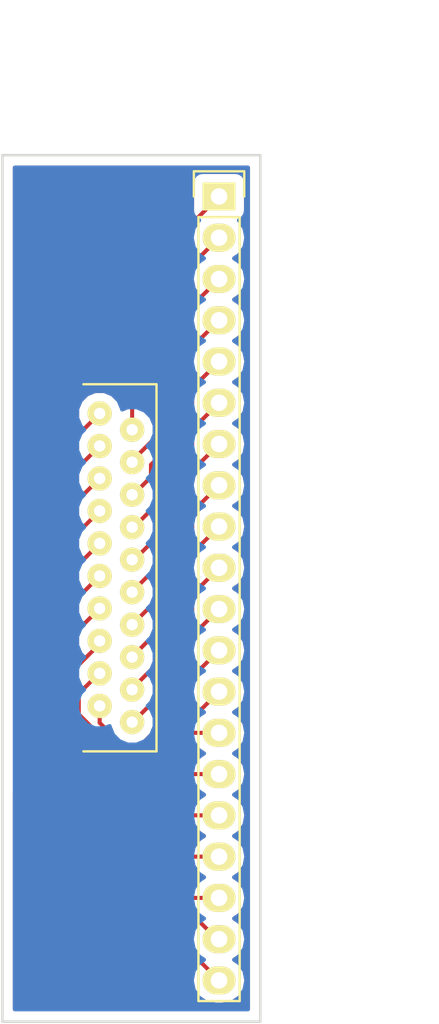
<source format=kicad_pcb>
(kicad_pcb (version 4) (host pcbnew 4.0.1-3.201512221402+6198~38~ubuntu15.04.1-stable)

  (general
    (links 20)
    (no_connects 0)
    (area 111.049999 67 141.020715 129.615001)
    (thickness 1.6)
    (drawings 6)
    (tracks 114)
    (zones 0)
    (modules 2)
    (nets 21)
  )

  (page A4)
  (layers
    (0 F.Cu signal)
    (31 B.Cu signal)
    (32 B.Adhes user)
    (33 F.Adhes user)
    (34 B.Paste user)
    (35 F.Paste user)
    (36 B.SilkS user)
    (37 F.SilkS user)
    (38 B.Mask user)
    (39 F.Mask user)
    (40 Dwgs.User user)
    (41 Cmts.User user)
    (42 Eco1.User user)
    (43 Eco2.User user)
    (44 Edge.Cuts user)
    (45 Margin user)
    (46 B.CrtYd user)
    (47 F.CrtYd user)
    (48 B.Fab user)
    (49 F.Fab user)
  )

  (setup
    (last_trace_width 0.25)
    (trace_clearance 0.2)
    (zone_clearance 0.508)
    (zone_45_only no)
    (trace_min 0.2)
    (segment_width 0.2)
    (edge_width 0.15)
    (via_size 0.6)
    (via_drill 0.4)
    (via_min_size 0.4)
    (via_min_drill 0.3)
    (uvia_size 0.3)
    (uvia_drill 0.1)
    (uvias_allowed no)
    (uvia_min_size 0.2)
    (uvia_min_drill 0.1)
    (pcb_text_width 0.3)
    (pcb_text_size 1.5 1.5)
    (mod_edge_width 0.15)
    (mod_text_size 1 1)
    (mod_text_width 0.15)
    (pad_size 1.524 1.524)
    (pad_drill 0.762)
    (pad_to_mask_clearance 0.2)
    (aux_axis_origin 0 0)
    (visible_elements FFFFFF7F)
    (pcbplotparams
      (layerselection 0x010e0_80000001)
      (usegerberextensions true)
      (excludeedgelayer true)
      (linewidth 0.100000)
      (plotframeref false)
      (viasonmask false)
      (mode 1)
      (useauxorigin false)
      (hpglpennumber 1)
      (hpglpenspeed 20)
      (hpglpendiameter 15)
      (hpglpenoverlay 2)
      (psnegative false)
      (psa4output false)
      (plotreference true)
      (plotvalue true)
      (plotinvisibletext false)
      (padsonsilk false)
      (subtractmaskfromsilk true)
      (outputformat 1)
      (mirror false)
      (drillshape 0)
      (scaleselection 1)
      (outputdirectory Gerbers/))
  )

  (net 0 "")
  (net 1 "Net-(P1-Pad9)")
  (net 2 "Net-(P1-Pad11)")
  (net 3 "Net-(P1-Pad7)")
  (net 4 "Net-(P1-Pad5)")
  (net 5 "Net-(P1-Pad3)")
  (net 6 "Net-(P1-Pad1)")
  (net 7 "Net-(P1-Pad2)")
  (net 8 "Net-(P1-Pad4)")
  (net 9 "Net-(P1-Pad6)")
  (net 10 "Net-(P1-Pad8)")
  (net 11 "Net-(P1-Pad10)")
  (net 12 "Net-(P1-Pad12)")
  (net 13 "Net-(P1-Pad13)")
  (net 14 "Net-(P1-Pad14)")
  (net 15 "Net-(P1-Pad15)")
  (net 16 "Net-(P1-Pad16)")
  (net 17 "Net-(P1-Pad17)")
  (net 18 "Net-(P1-Pad18)")
  (net 19 "Net-(P1-Pad19)")
  (net 20 "Net-(P1-Pad20)")

  (net_class Default "This is the default net class."
    (clearance 0.2)
    (trace_width 0.25)
    (via_dia 0.6)
    (via_drill 0.4)
    (uvia_dia 0.3)
    (uvia_drill 0.1)
    (add_net "Net-(P1-Pad1)")
    (add_net "Net-(P1-Pad10)")
    (add_net "Net-(P1-Pad11)")
    (add_net "Net-(P1-Pad12)")
    (add_net "Net-(P1-Pad13)")
    (add_net "Net-(P1-Pad14)")
    (add_net "Net-(P1-Pad15)")
    (add_net "Net-(P1-Pad16)")
    (add_net "Net-(P1-Pad17)")
    (add_net "Net-(P1-Pad18)")
    (add_net "Net-(P1-Pad19)")
    (add_net "Net-(P1-Pad2)")
    (add_net "Net-(P1-Pad20)")
    (add_net "Net-(P1-Pad3)")
    (add_net "Net-(P1-Pad4)")
    (add_net "Net-(P1-Pad5)")
    (add_net "Net-(P1-Pad6)")
    (add_net "Net-(P1-Pad7)")
    (add_net "Net-(P1-Pad8)")
    (add_net "Net-(P1-Pad9)")
  )

  (module Easy-PCB:HLW20R-2C7LF (layer F.Cu) (tedit 56B0AA1D) (tstamp 56B0A955)
    (at 118.11 101.6 270)
    (path /56B0A6C6)
    (fp_text reference P1 (at 8.5 -3.5 270) (layer F.SilkS) hide
      (effects (font (size 1 1) (thickness 0.15)))
    )
    (fp_text value HLW20R-2CLF (at 18.415 0.635 270) (layer F.Fab)
      (effects (font (size 1 1) (thickness 0.15)))
    )
    (fp_line (start -11.3 -2.5) (end -11.3 2) (layer F.SilkS) (width 0.15))
    (fp_line (start -11.3 -2.5) (end 11.3 -2.5) (layer F.SilkS) (width 0.15))
    (fp_line (start 11.3 -2.5) (end 11.3 2) (layer F.SilkS) (width 0.15))
    (pad 9 thru_hole circle (at -1.5 1 270) (size 1.5 1.5) (drill 0.7) (layers *.Cu *.Mask F.SilkS)
      (net 1 "Net-(P1-Pad9)"))
    (pad 11 thru_hole circle (at 0.5 1 270) (size 1.5 1.5) (drill 0.7) (layers *.Cu *.Mask F.SilkS)
      (net 2 "Net-(P1-Pad11)"))
    (pad 7 thru_hole circle (at -3.5 1 270) (size 1.5 1.5) (drill 0.7) (layers *.Cu *.Mask F.SilkS)
      (net 3 "Net-(P1-Pad7)"))
    (pad 5 thru_hole circle (at -5.5 1 270) (size 1.5 1.5) (drill 0.7) (layers *.Cu *.Mask F.SilkS)
      (net 4 "Net-(P1-Pad5)"))
    (pad 3 thru_hole circle (at -7.5 1 270) (size 1.5 1.5) (drill 0.7) (layers *.Cu *.Mask F.SilkS)
      (net 5 "Net-(P1-Pad3)"))
    (pad 1 thru_hole circle (at -9.5 1 270) (size 1.5 1.5) (drill 0.7) (layers *.Cu *.Mask F.SilkS)
      (net 6 "Net-(P1-Pad1)"))
    (pad 2 thru_hole circle (at -8.5 -1 270) (size 1.5 1.5) (drill 0.7) (layers *.Cu *.Mask F.SilkS)
      (net 7 "Net-(P1-Pad2)"))
    (pad 4 thru_hole circle (at -6.5 -1 270) (size 1.5 1.5) (drill 0.7) (layers *.Cu *.Mask F.SilkS)
      (net 8 "Net-(P1-Pad4)"))
    (pad 6 thru_hole circle (at -4.5 -1 270) (size 1.5 1.5) (drill 0.7) (layers *.Cu *.Mask F.SilkS)
      (net 9 "Net-(P1-Pad6)"))
    (pad 8 thru_hole circle (at -2.5 -1 270) (size 1.5 1.5) (drill 0.7) (layers *.Cu *.Mask F.SilkS)
      (net 10 "Net-(P1-Pad8)"))
    (pad 10 thru_hole circle (at -0.5 -1 270) (size 1.5 1.5) (drill 0.7) (layers *.Cu *.Mask F.SilkS)
      (net 11 "Net-(P1-Pad10)"))
    (pad 12 thru_hole circle (at 1.5 -1 270) (size 1.5 1.5) (drill 0.7) (layers *.Cu *.Mask F.SilkS)
      (net 12 "Net-(P1-Pad12)"))
    (pad 13 thru_hole circle (at 2.5 1 270) (size 1.5 1.5) (drill 0.7) (layers *.Cu *.Mask F.SilkS)
      (net 13 "Net-(P1-Pad13)"))
    (pad 14 thru_hole circle (at 3.5 -1 270) (size 1.5 1.5) (drill 0.7) (layers *.Cu *.Mask F.SilkS)
      (net 14 "Net-(P1-Pad14)"))
    (pad 15 thru_hole circle (at 4.5 1 270) (size 1.5 1.5) (drill 0.7) (layers *.Cu *.Mask F.SilkS)
      (net 15 "Net-(P1-Pad15)"))
    (pad 16 thru_hole circle (at 5.5 -1 270) (size 1.5 1.5) (drill 0.7) (layers *.Cu *.Mask F.SilkS)
      (net 16 "Net-(P1-Pad16)"))
    (pad 17 thru_hole circle (at 6.5 1 270) (size 1.5 1.5) (drill 0.7) (layers *.Cu *.Mask F.SilkS)
      (net 17 "Net-(P1-Pad17)"))
    (pad 18 thru_hole circle (at 7.5 -1 270) (size 1.5 1.5) (drill 0.7) (layers *.Cu *.Mask F.SilkS)
      (net 18 "Net-(P1-Pad18)"))
    (pad 19 thru_hole circle (at 8.5 1 270) (size 1.5 1.5) (drill 0.7) (layers *.Cu *.Mask F.SilkS)
      (net 19 "Net-(P1-Pad19)"))
    (pad 20 thru_hole circle (at 9.5 -1 270) (size 1.5 1.5) (drill 0.7) (layers *.Cu *.Mask F.SilkS)
      (net 20 "Net-(P1-Pad20)"))
  )

  (module Pin_Headers:Pin_Header_Straight_1x20 (layer F.Cu) (tedit 56B0A926) (tstamp 56B0A96D)
    (at 124.46 78.74)
    (descr "Through hole pin header")
    (tags "pin header")
    (path /56B0A799)
    (fp_text reference P2 (at 0 -5.1) (layer F.SilkS) hide
      (effects (font (size 1 1) (thickness 0.15)))
    )
    (fp_text value "0.1\" Pitch Header" (at 0 -3.1) (layer F.Fab) hide
      (effects (font (size 1 1) (thickness 0.15)))
    )
    (fp_line (start -1.75 -1.75) (end -1.75 50.05) (layer F.CrtYd) (width 0.05))
    (fp_line (start 1.75 -1.75) (end 1.75 50.05) (layer F.CrtYd) (width 0.05))
    (fp_line (start -1.75 -1.75) (end 1.75 -1.75) (layer F.CrtYd) (width 0.05))
    (fp_line (start -1.75 50.05) (end 1.75 50.05) (layer F.CrtYd) (width 0.05))
    (fp_line (start 1.27 1.27) (end 1.27 49.53) (layer F.SilkS) (width 0.15))
    (fp_line (start 1.27 49.53) (end -1.27 49.53) (layer F.SilkS) (width 0.15))
    (fp_line (start -1.27 49.53) (end -1.27 1.27) (layer F.SilkS) (width 0.15))
    (fp_line (start 1.55 -1.55) (end 1.55 0) (layer F.SilkS) (width 0.15))
    (fp_line (start 1.27 1.27) (end -1.27 1.27) (layer F.SilkS) (width 0.15))
    (fp_line (start -1.55 0) (end -1.55 -1.55) (layer F.SilkS) (width 0.15))
    (fp_line (start -1.55 -1.55) (end 1.55 -1.55) (layer F.SilkS) (width 0.15))
    (pad 1 thru_hole rect (at 0 0) (size 2.032 1.7272) (drill 1.016) (layers *.Cu *.Mask F.SilkS)
      (net 7 "Net-(P1-Pad2)"))
    (pad 2 thru_hole oval (at 0 2.54) (size 2.032 1.7272) (drill 1.016) (layers *.Cu *.Mask F.SilkS)
      (net 8 "Net-(P1-Pad4)"))
    (pad 3 thru_hole oval (at 0 5.08) (size 2.032 1.7272) (drill 1.016) (layers *.Cu *.Mask F.SilkS)
      (net 9 "Net-(P1-Pad6)"))
    (pad 4 thru_hole oval (at 0 7.62) (size 2.032 1.7272) (drill 1.016) (layers *.Cu *.Mask F.SilkS)
      (net 10 "Net-(P1-Pad8)"))
    (pad 5 thru_hole oval (at 0 10.16) (size 2.032 1.7272) (drill 1.016) (layers *.Cu *.Mask F.SilkS)
      (net 11 "Net-(P1-Pad10)"))
    (pad 6 thru_hole oval (at 0 12.7) (size 2.032 1.7272) (drill 1.016) (layers *.Cu *.Mask F.SilkS)
      (net 12 "Net-(P1-Pad12)"))
    (pad 7 thru_hole oval (at 0 15.24) (size 2.032 1.7272) (drill 1.016) (layers *.Cu *.Mask F.SilkS)
      (net 14 "Net-(P1-Pad14)"))
    (pad 8 thru_hole oval (at 0 17.78) (size 2.032 1.7272) (drill 1.016) (layers *.Cu *.Mask F.SilkS)
      (net 16 "Net-(P1-Pad16)"))
    (pad 9 thru_hole oval (at 0 20.32) (size 2.032 1.7272) (drill 1.016) (layers *.Cu *.Mask F.SilkS)
      (net 18 "Net-(P1-Pad18)"))
    (pad 10 thru_hole oval (at 0 22.86) (size 2.032 1.7272) (drill 1.016) (layers *.Cu *.Mask F.SilkS)
      (net 20 "Net-(P1-Pad20)"))
    (pad 11 thru_hole oval (at 0 25.4) (size 2.032 1.7272) (drill 1.016) (layers *.Cu *.Mask F.SilkS)
      (net 19 "Net-(P1-Pad19)"))
    (pad 12 thru_hole oval (at 0 27.94) (size 2.032 1.7272) (drill 1.016) (layers *.Cu *.Mask F.SilkS)
      (net 17 "Net-(P1-Pad17)"))
    (pad 13 thru_hole oval (at 0 30.48) (size 2.032 1.7272) (drill 1.016) (layers *.Cu *.Mask F.SilkS)
      (net 15 "Net-(P1-Pad15)"))
    (pad 14 thru_hole oval (at 0 33.02) (size 2.032 1.7272) (drill 1.016) (layers *.Cu *.Mask F.SilkS)
      (net 13 "Net-(P1-Pad13)"))
    (pad 15 thru_hole oval (at 0 35.56) (size 2.032 1.7272) (drill 1.016) (layers *.Cu *.Mask F.SilkS)
      (net 2 "Net-(P1-Pad11)"))
    (pad 16 thru_hole oval (at 0 38.1) (size 2.032 1.7272) (drill 1.016) (layers *.Cu *.Mask F.SilkS)
      (net 1 "Net-(P1-Pad9)"))
    (pad 17 thru_hole oval (at 0 40.64) (size 2.032 1.7272) (drill 1.016) (layers *.Cu *.Mask F.SilkS)
      (net 3 "Net-(P1-Pad7)"))
    (pad 18 thru_hole oval (at 0 43.18) (size 2.032 1.7272) (drill 1.016) (layers *.Cu *.Mask F.SilkS)
      (net 4 "Net-(P1-Pad5)"))
    (pad 19 thru_hole oval (at 0 45.72) (size 2.032 1.7272) (drill 1.016) (layers *.Cu *.Mask F.SilkS)
      (net 5 "Net-(P1-Pad3)"))
    (pad 20 thru_hole oval (at 0 48.26) (size 2.032 1.7272) (drill 1.016) (layers *.Cu *.Mask F.SilkS)
      (net 6 "Net-(P1-Pad1)"))
    (model Pin_Headers.3dshapes/Pin_Header_Straight_1x20.wrl
      (at (xyz 0 -0.95 0))
      (scale (xyz 1 1 1))
      (rotate (xyz 0 0 90))
    )
  )

  (dimension 53.34 (width 0.3) (layer Dwgs.User)
    (gr_text "2.1000 in" (at 135.335 102.87 270) (layer Dwgs.User)
      (effects (font (size 1.5 1.5) (thickness 0.3)))
    )
    (feature1 (pts (xy 127 129.54) (xy 136.685 129.54)))
    (feature2 (pts (xy 127 76.2) (xy 136.685 76.2)))
    (crossbar (pts (xy 133.985 76.2) (xy 133.985 129.54)))
    (arrow1a (pts (xy 133.985 129.54) (xy 133.398579 128.413496)))
    (arrow1b (pts (xy 133.985 129.54) (xy 134.571421 128.413496)))
    (arrow2a (pts (xy 133.985 76.2) (xy 133.398579 77.326504)))
    (arrow2b (pts (xy 133.985 76.2) (xy 134.571421 77.326504)))
  )
  (dimension 15.875 (width 0.3) (layer Dwgs.User)
    (gr_text "0.6250 in" (at 119.0625 68.5) (layer Dwgs.User)
      (effects (font (size 1.5 1.5) (thickness 0.3)))
    )
    (feature1 (pts (xy 127 76.2) (xy 127 67.15)))
    (feature2 (pts (xy 111.125 76.2) (xy 111.125 67.15)))
    (crossbar (pts (xy 111.125 69.85) (xy 127 69.85)))
    (arrow1a (pts (xy 127 69.85) (xy 125.873496 70.436421)))
    (arrow1b (pts (xy 127 69.85) (xy 125.873496 69.263579)))
    (arrow2a (pts (xy 111.125 69.85) (xy 112.251504 70.436421)))
    (arrow2b (pts (xy 111.125 69.85) (xy 112.251504 69.263579)))
  )
  (gr_line (start 111.125 76.2) (end 127 76.2) (angle 90) (layer Edge.Cuts) (width 0.15))
  (gr_line (start 127 129.54) (end 127 76.2) (angle 90) (layer Edge.Cuts) (width 0.15))
  (gr_line (start 111.125 129.54) (end 127 129.54) (angle 90) (layer Edge.Cuts) (width 0.15))
  (gr_line (start 111.125 76.2) (end 111.125 129.54) (angle 90) (layer Edge.Cuts) (width 0.15))

  (segment (start 124.46 116.84) (end 118.999 116.84) (width 0.25) (layer F.Cu) (net 1))
  (segment (start 113.907996 103.302004) (end 117.11 100.1) (width 0.25) (layer F.Cu) (net 1) (tstamp 56B0B1D8))
  (segment (start 113.907996 111.748996) (end 113.907996 103.302004) (width 0.25) (layer F.Cu) (net 1) (tstamp 56B0B1D6))
  (segment (start 118.999 116.84) (end 113.907996 111.748996) (width 0.25) (layer F.Cu) (net 1) (tstamp 56B0B1D1))
  (segment (start 124.46 114.3) (end 121.031 114.3) (width 0.25) (layer F.Cu) (net 2))
  (segment (start 114.357998 104.852002) (end 117.11 102.1) (width 0.25) (layer F.Cu) (net 2) (tstamp 56B0B1CB))
  (segment (start 114.357998 111.436998) (end 114.357998 104.852002) (width 0.25) (layer F.Cu) (net 2) (tstamp 56B0B1C9))
  (segment (start 117.475 114.554) (end 114.357998 111.436998) (width 0.25) (layer F.Cu) (net 2) (tstamp 56B0B1C5))
  (segment (start 120.777 114.554) (end 117.475 114.554) (width 0.25) (layer F.Cu) (net 2) (tstamp 56B0B1C0))
  (segment (start 121.031 114.3) (end 120.777 114.554) (width 0.25) (layer F.Cu) (net 2) (tstamp 56B0B1BB))
  (segment (start 124.46 119.38) (end 120.777 119.38) (width 0.25) (layer F.Cu) (net 3))
  (segment (start 113.411 101.799) (end 117.11 98.1) (width 0.25) (layer F.Cu) (net 3) (tstamp 56B0B1E7))
  (segment (start 113.411 112.014) (end 113.411 101.799) (width 0.25) (layer F.Cu) (net 3) (tstamp 56B0B1E4))
  (segment (start 120.777 119.38) (end 113.411 112.014) (width 0.25) (layer F.Cu) (net 3) (tstamp 56B0B1E0))
  (segment (start 124.46 121.92) (end 122.555 121.92) (width 0.25) (layer F.Cu) (net 4))
  (segment (start 112.960998 100.249002) (end 117.11 96.1) (width 0.25) (layer F.Cu) (net 4) (tstamp 56B0B1F5))
  (segment (start 112.960998 112.325998) (end 112.960998 100.249002) (width 0.25) (layer F.Cu) (net 4) (tstamp 56B0B1F3))
  (segment (start 122.555 121.92) (end 112.960998 112.325998) (width 0.25) (layer F.Cu) (net 4) (tstamp 56B0B1ED))
  (segment (start 124.46 124.46) (end 124.333 124.46) (width 0.25) (layer F.Cu) (net 5))
  (segment (start 124.333 124.46) (end 112.510996 112.637996) (width 0.25) (layer F.Cu) (net 5) (tstamp 56B0B1FE))
  (segment (start 112.510996 112.637996) (end 112.510996 98.699004) (width 0.25) (layer F.Cu) (net 5) (tstamp 56B0B202))
  (segment (start 112.510996 98.699004) (end 117.11 94.1) (width 0.25) (layer F.Cu) (net 5) (tstamp 56B0B20F))
  (segment (start 124.46 127) (end 113.538 116.078) (width 0.25) (layer F.Cu) (net 6))
  (segment (start 112.014 97.196) (end 117.11 92.1) (width 0.25) (layer F.Cu) (net 6) (tstamp 56B0B21F))
  (segment (start 112.014 114.554) (end 112.014 97.196) (width 0.25) (layer F.Cu) (net 6) (tstamp 56B0B21B))
  (segment (start 113.538 116.078) (end 112.014 114.554) (width 0.25) (layer F.Cu) (net 6) (tstamp 56B0B213))
  (segment (start 119.11 93.1) (end 119.11 84.09) (width 0.25) (layer F.Cu) (net 7))
  (segment (start 119.11 84.09) (end 124.46 78.74) (width 0.25) (layer F.Cu) (net 7) (tstamp 56B0B182))
  (segment (start 119.11 95.1) (end 119.11 95.012) (width 0.25) (layer F.Cu) (net 8))
  (segment (start 119.11 95.012) (end 120.65 93.472) (width 0.25) (layer F.Cu) (net 8) (tstamp 56B0B179))
  (segment (start 120.65 93.472) (end 120.65 85.09) (width 0.25) (layer F.Cu) (net 8) (tstamp 56B0B17A))
  (segment (start 120.65 85.09) (end 124.46 81.28) (width 0.25) (layer F.Cu) (net 8) (tstamp 56B0B17E))
  (segment (start 119.11 97.1) (end 119.181 97.1) (width 0.25) (layer F.Cu) (net 9))
  (segment (start 119.181 97.1) (end 120.269 96.012) (width 0.25) (layer F.Cu) (net 9) (tstamp 56B0B15D))
  (segment (start 120.269 96.012) (end 120.269 95.25) (width 0.25) (layer F.Cu) (net 9) (tstamp 56B0B161))
  (segment (start 120.269 95.25) (end 121.285 94.234) (width 0.25) (layer F.Cu) (net 9) (tstamp 56B0B163))
  (segment (start 121.285 94.234) (end 121.285 92.202) (width 0.25) (layer F.Cu) (net 9) (tstamp 56B0B166))
  (segment (start 121.285 92.202) (end 121.666 91.821) (width 0.25) (layer F.Cu) (net 9) (tstamp 56B0B16C))
  (segment (start 121.666 91.821) (end 121.666 86.614) (width 0.25) (layer F.Cu) (net 9) (tstamp 56B0B16D))
  (segment (start 121.666 86.614) (end 124.46 83.82) (width 0.25) (layer F.Cu) (net 9) (tstamp 56B0B175))
  (segment (start 119.11 99.1) (end 119.213 99.1) (width 0.25) (layer F.Cu) (net 10))
  (segment (start 119.213 99.1) (end 120.777 97.536) (width 0.25) (layer F.Cu) (net 10) (tstamp 56B0B143))
  (segment (start 120.777 97.536) (end 120.777 95.504) (width 0.25) (layer F.Cu) (net 10) (tstamp 56B0B147))
  (segment (start 120.777 95.504) (end 121.793 94.488) (width 0.25) (layer F.Cu) (net 10) (tstamp 56B0B149))
  (segment (start 121.793 94.488) (end 121.793 92.456) (width 0.25) (layer F.Cu) (net 10) (tstamp 56B0B14E))
  (segment (start 121.793 92.456) (end 122.301 91.948) (width 0.25) (layer F.Cu) (net 10) (tstamp 56B0B153))
  (segment (start 122.301 91.948) (end 122.301 88.519) (width 0.25) (layer F.Cu) (net 10) (tstamp 56B0B155))
  (segment (start 122.301 88.519) (end 124.46 86.36) (width 0.25) (layer F.Cu) (net 10) (tstamp 56B0B158))
  (segment (start 119.11 101.1) (end 119.245 101.1) (width 0.25) (layer F.Cu) (net 11))
  (segment (start 119.245 101.1) (end 121.285 99.06) (width 0.25) (layer F.Cu) (net 11) (tstamp 56B0B124))
  (segment (start 121.285 99.06) (end 121.285 95.688998) (width 0.25) (layer F.Cu) (net 11) (tstamp 56B0B129))
  (segment (start 121.285 95.688998) (end 122.301 94.672998) (width 0.25) (layer F.Cu) (net 11) (tstamp 56B0B12E))
  (segment (start 122.301 94.672998) (end 122.301 92.71) (width 0.25) (layer F.Cu) (net 11) (tstamp 56B0B132))
  (segment (start 122.301 92.71) (end 122.809 92.202) (width 0.25) (layer F.Cu) (net 11) (tstamp 56B0B137))
  (segment (start 122.809 92.202) (end 122.809 90.551) (width 0.25) (layer F.Cu) (net 11) (tstamp 56B0B138))
  (segment (start 122.809 90.551) (end 124.46 88.9) (width 0.25) (layer F.Cu) (net 11) (tstamp 56B0B13F))
  (segment (start 119.11 103.1) (end 119.11 103.070998) (width 0.25) (layer F.Cu) (net 12))
  (segment (start 119.11 103.070998) (end 120.777 101.403998) (width 0.25) (layer F.Cu) (net 12) (tstamp 56B0B110))
  (segment (start 120.777 101.403998) (end 120.777 100.33) (width 0.25) (layer F.Cu) (net 12) (tstamp 56B0B113))
  (segment (start 120.777 100.33) (end 121.793 99.314) (width 0.25) (layer F.Cu) (net 12) (tstamp 56B0B115))
  (segment (start 121.793 99.314) (end 121.793 95.885) (width 0.25) (layer F.Cu) (net 12) (tstamp 56B0B117))
  (segment (start 121.793 95.885) (end 122.809 94.869) (width 0.25) (layer F.Cu) (net 12) (tstamp 56B0B11B))
  (segment (start 122.809 94.869) (end 122.809 93.091) (width 0.25) (layer F.Cu) (net 12) (tstamp 56B0B11D))
  (segment (start 122.809 93.091) (end 124.46 91.44) (width 0.25) (layer F.Cu) (net 12) (tstamp 56B0B11F))
  (segment (start 124.46 111.76) (end 122.682 111.76) (width 0.25) (layer F.Cu) (net 13))
  (segment (start 114.808 106.402) (end 117.11 104.1) (width 0.25) (layer F.Cu) (net 13) (tstamp 56B0B1B6))
  (segment (start 114.808 111.125) (end 114.808 106.402) (width 0.25) (layer F.Cu) (net 13) (tstamp 56B0B1B1))
  (segment (start 117.729 114.046) (end 114.808 111.125) (width 0.25) (layer F.Cu) (net 13) (tstamp 56B0B1AE))
  (segment (start 120.396 114.046) (end 117.729 114.046) (width 0.25) (layer F.Cu) (net 13) (tstamp 56B0B1AA))
  (segment (start 122.682 111.76) (end 120.396 114.046) (width 0.25) (layer F.Cu) (net 13) (tstamp 56B0B1A4))
  (segment (start 119.11 105.1) (end 119.112998 105.1) (width 0.25) (layer F.Cu) (net 14))
  (segment (start 119.112998 105.1) (end 121.285 102.927998) (width 0.25) (layer F.Cu) (net 14) (tstamp 56B0B0F9))
  (segment (start 121.285 102.927998) (end 121.285 100.584) (width 0.25) (layer F.Cu) (net 14) (tstamp 56B0B0FA))
  (segment (start 121.285 100.584) (end 122.301 99.568) (width 0.25) (layer F.Cu) (net 14) (tstamp 56B0B0FE))
  (segment (start 122.301 99.568) (end 122.301 96.139) (width 0.25) (layer F.Cu) (net 14) (tstamp 56B0B102))
  (segment (start 122.301 96.139) (end 124.46 93.98) (width 0.25) (layer F.Cu) (net 14) (tstamp 56B0B108))
  (segment (start 117.11 106.1) (end 117.11 106.283) (width 0.25) (layer F.Cu) (net 15))
  (segment (start 117.11 106.283) (end 115.316 108.077) (width 0.25) (layer F.Cu) (net 15) (tstamp 56B0B18D))
  (segment (start 115.316 108.077) (end 115.316 110.871) (width 0.25) (layer F.Cu) (net 15) (tstamp 56B0B193))
  (segment (start 115.316 110.871) (end 117.983 113.538) (width 0.25) (layer F.Cu) (net 15) (tstamp 56B0B199))
  (segment (start 117.983 113.538) (end 120.142 113.538) (width 0.25) (layer F.Cu) (net 15) (tstamp 56B0B19C))
  (segment (start 120.142 113.538) (end 124.46 109.22) (width 0.25) (layer F.Cu) (net 15) (tstamp 56B0B19E))
  (segment (start 119.11 107.1) (end 119.11 107.077) (width 0.25) (layer F.Cu) (net 16))
  (segment (start 119.11 107.077) (end 121.793 104.394) (width 0.25) (layer F.Cu) (net 16) (tstamp 56B0B0CF))
  (segment (start 121.793 104.394) (end 121.793 100.838) (width 0.25) (layer F.Cu) (net 16) (tstamp 56B0B0D4))
  (segment (start 121.793 100.838) (end 122.809 99.822) (width 0.25) (layer F.Cu) (net 16) (tstamp 56B0B0EA))
  (segment (start 122.809 99.822) (end 122.809 98.171) (width 0.25) (layer F.Cu) (net 16) (tstamp 56B0B0F0))
  (segment (start 122.809 98.171) (end 124.46 96.52) (width 0.25) (layer F.Cu) (net 16) (tstamp 56B0B0F5))
  (segment (start 117.11 108.1) (end 117.071 108.1) (width 0.25) (layer F.Cu) (net 17))
  (segment (start 117.071 108.1) (end 115.824 109.347) (width 0.25) (layer F.Cu) (net 17) (tstamp 56B0B080))
  (segment (start 115.824 109.347) (end 115.824 110.617) (width 0.25) (layer F.Cu) (net 17) (tstamp 56B0B082))
  (segment (start 115.824 110.617) (end 118.237 113.03) (width 0.25) (layer F.Cu) (net 17) (tstamp 56B0B086))
  (segment (start 118.237 113.03) (end 119.888 113.03) (width 0.25) (layer F.Cu) (net 17) (tstamp 56B0B088))
  (segment (start 119.888 113.03) (end 122.428 110.49) (width 0.25) (layer F.Cu) (net 17) (tstamp 56B0B08B))
  (segment (start 122.428 110.49) (end 122.428 108.712) (width 0.25) (layer F.Cu) (net 17) (tstamp 56B0B08E))
  (segment (start 122.428 108.712) (end 124.46 106.68) (width 0.25) (layer F.Cu) (net 17) (tstamp 56B0B091))
  (segment (start 119.11 109.1) (end 119.11 109.039998) (width 0.25) (layer F.Cu) (net 18))
  (segment (start 119.11 109.039998) (end 120.904 107.245998) (width 0.25) (layer F.Cu) (net 18) (tstamp 56B0B0AE))
  (segment (start 120.904 107.245998) (end 120.904 106.102998) (width 0.25) (layer F.Cu) (net 18) (tstamp 56B0B0B3))
  (segment (start 120.904 106.102998) (end 122.358998 104.648) (width 0.25) (layer F.Cu) (net 18) (tstamp 56B0B0B5))
  (segment (start 122.358998 104.648) (end 122.358998 101.161002) (width 0.25) (layer F.Cu) (net 18) (tstamp 56B0B0B8))
  (segment (start 122.358998 101.161002) (end 124.46 99.06) (width 0.25) (layer F.Cu) (net 18) (tstamp 56B0B0C5))
  (segment (start 117.11 110.1) (end 117.11 111.141) (width 0.25) (layer F.Cu) (net 19))
  (segment (start 121.92 106.68) (end 124.46 104.14) (width 0.25) (layer F.Cu) (net 19) (tstamp 56B0B07C))
  (segment (start 121.92 110.236) (end 121.92 106.68) (width 0.25) (layer F.Cu) (net 19) (tstamp 56B0B078))
  (segment (start 119.634 112.522) (end 121.92 110.236) (width 0.25) (layer F.Cu) (net 19) (tstamp 56B0B064))
  (segment (start 118.491 112.522) (end 119.634 112.522) (width 0.25) (layer F.Cu) (net 19) (tstamp 56B0B062))
  (segment (start 117.11 111.141) (end 118.491 112.522) (width 0.25) (layer F.Cu) (net 19) (tstamp 56B0B05F))
  (segment (start 119.11 111.1) (end 119.151 111.1) (width 0.25) (layer F.Cu) (net 20))
  (segment (start 119.151 111.1) (end 121.412 108.839) (width 0.25) (layer F.Cu) (net 20) (tstamp 56B0B096))
  (segment (start 121.412 108.839) (end 121.412 106.426) (width 0.25) (layer F.Cu) (net 20) (tstamp 56B0B09D))
  (segment (start 121.412 106.426) (end 122.809 105.029) (width 0.25) (layer F.Cu) (net 20) (tstamp 56B0B0A2))
  (segment (start 122.809 105.029) (end 122.809 103.251) (width 0.25) (layer F.Cu) (net 20) (tstamp 56B0B0A8))
  (segment (start 122.809 103.251) (end 124.46 101.6) (width 0.25) (layer F.Cu) (net 20) (tstamp 56B0B0AA))

  (zone (net 0) (net_name "") (layer F.Cu) (tstamp 56B0B27B) (hatch edge 0.508)
    (connect_pads (clearance 0.508))
    (min_thickness 0.254)
    (fill yes (arc_segments 16) (thermal_gap 0.508) (thermal_bridge_width 0.508))
    (polygon
      (pts
        (xy 126.365 128.905) (xy 111.76 128.905) (xy 111.76 76.835) (xy 126.365 76.835) (xy 126.365 128.905)
      )
    )
    (filled_polygon
      (pts
        (xy 126.238 128.778) (xy 111.887 128.778) (xy 111.887 115.501802) (xy 122.877619 126.492421) (xy 122.776655 127)
        (xy 122.890729 127.573489) (xy 123.215585 128.05967) (xy 123.701766 128.384526) (xy 124.275255 128.4986) (xy 124.644745 128.4986)
        (xy 125.218234 128.384526) (xy 125.704415 128.05967) (xy 126.029271 127.573489) (xy 126.143345 127) (xy 126.029271 126.426511)
        (xy 125.704415 125.94033) (xy 125.389634 125.73) (xy 125.704415 125.51967) (xy 126.029271 125.033489) (xy 126.143345 124.46)
        (xy 126.029271 123.886511) (xy 125.704415 123.40033) (xy 125.389634 123.19) (xy 125.704415 122.97967) (xy 126.029271 122.493489)
        (xy 126.143345 121.92) (xy 126.029271 121.346511) (xy 125.704415 120.86033) (xy 125.389634 120.65) (xy 125.704415 120.43967)
        (xy 126.029271 119.953489) (xy 126.143345 119.38) (xy 126.029271 118.806511) (xy 125.704415 118.32033) (xy 125.389634 118.11)
        (xy 125.704415 117.89967) (xy 126.029271 117.413489) (xy 126.143345 116.84) (xy 126.029271 116.266511) (xy 125.704415 115.78033)
        (xy 125.389634 115.57) (xy 125.704415 115.35967) (xy 126.029271 114.873489) (xy 126.143345 114.3) (xy 126.029271 113.726511)
        (xy 125.704415 113.24033) (xy 125.389634 113.03) (xy 125.704415 112.81967) (xy 126.029271 112.333489) (xy 126.143345 111.76)
        (xy 126.029271 111.186511) (xy 125.704415 110.70033) (xy 125.389634 110.49) (xy 125.704415 110.27967) (xy 126.029271 109.793489)
        (xy 126.143345 109.22) (xy 126.029271 108.646511) (xy 125.704415 108.16033) (xy 125.389634 107.95) (xy 125.704415 107.73967)
        (xy 126.029271 107.253489) (xy 126.143345 106.68) (xy 126.029271 106.106511) (xy 125.704415 105.62033) (xy 125.389634 105.41)
        (xy 125.704415 105.19967) (xy 126.029271 104.713489) (xy 126.143345 104.14) (xy 126.029271 103.566511) (xy 125.704415 103.08033)
        (xy 125.389634 102.87) (xy 125.704415 102.65967) (xy 126.029271 102.173489) (xy 126.143345 101.6) (xy 126.029271 101.026511)
        (xy 125.704415 100.54033) (xy 125.389634 100.33) (xy 125.704415 100.11967) (xy 126.029271 99.633489) (xy 126.143345 99.06)
        (xy 126.029271 98.486511) (xy 125.704415 98.00033) (xy 125.389634 97.79) (xy 125.704415 97.57967) (xy 126.029271 97.093489)
        (xy 126.143345 96.52) (xy 126.029271 95.946511) (xy 125.704415 95.46033) (xy 125.389634 95.25) (xy 125.704415 95.03967)
        (xy 126.029271 94.553489) (xy 126.143345 93.98) (xy 126.029271 93.406511) (xy 125.704415 92.92033) (xy 125.389634 92.71)
        (xy 125.704415 92.49967) (xy 126.029271 92.013489) (xy 126.143345 91.44) (xy 126.029271 90.866511) (xy 125.704415 90.38033)
        (xy 125.389634 90.17) (xy 125.704415 89.95967) (xy 126.029271 89.473489) (xy 126.143345 88.9) (xy 126.029271 88.326511)
        (xy 125.704415 87.84033) (xy 125.389634 87.63) (xy 125.704415 87.41967) (xy 126.029271 86.933489) (xy 126.143345 86.36)
        (xy 126.029271 85.786511) (xy 125.704415 85.30033) (xy 125.389634 85.09) (xy 125.704415 84.87967) (xy 126.029271 84.393489)
        (xy 126.143345 83.82) (xy 126.029271 83.246511) (xy 125.704415 82.76033) (xy 125.389634 82.55) (xy 125.704415 82.33967)
        (xy 126.029271 81.853489) (xy 126.143345 81.28) (xy 126.029271 80.706511) (xy 125.704415 80.22033) (xy 125.690087 80.210757)
        (xy 125.711317 80.206762) (xy 125.927441 80.06769) (xy 126.072431 79.85549) (xy 126.12344 79.6036) (xy 126.12344 77.8764)
        (xy 126.079162 77.641083) (xy 125.94009 77.424959) (xy 125.72789 77.279969) (xy 125.476 77.22896) (xy 123.444 77.22896)
        (xy 123.208683 77.273238) (xy 122.992559 77.41231) (xy 122.847569 77.62451) (xy 122.79656 77.8764) (xy 122.79656 79.328638)
        (xy 118.572599 83.552599) (xy 118.407852 83.799161) (xy 118.35 84.09) (xy 118.35 91.474206) (xy 118.284831 91.316485)
        (xy 117.895564 90.926539) (xy 117.386702 90.715241) (xy 116.835715 90.71476) (xy 116.326485 90.925169) (xy 115.936539 91.314436)
        (xy 115.725241 91.823298) (xy 115.72476 92.374285) (xy 115.73533 92.399868) (xy 111.887 96.248198) (xy 111.887 76.962)
        (xy 126.238 76.962)
      )
    )
    (filled_polygon
      (pts
        (xy 122.856548 124.05835) (xy 122.812848 124.278046) (xy 112.774 114.239198) (xy 112.774 113.975802)
      )
    )
    (filled_polygon
      (pts
        (xy 123.215585 120.43967) (xy 123.530366 120.65) (xy 123.215585 120.86033) (xy 123.015352 121.16) (xy 122.869802 121.16)
        (xy 121.849802 120.14) (xy 123.015352 120.14)
      )
    )
    (filled_polygon
      (pts
        (xy 123.215585 117.89967) (xy 123.530366 118.11) (xy 123.215585 118.32033) (xy 123.015352 118.62) (xy 121.091802 118.62)
        (xy 120.071802 117.6) (xy 123.015352 117.6)
      )
    )
    (filled_polygon
      (pts
        (xy 123.215585 115.35967) (xy 123.530366 115.57) (xy 123.215585 115.78033) (xy 123.015352 116.08) (xy 119.313802 116.08)
        (xy 118.547802 115.314) (xy 120.777 115.314) (xy 121.067839 115.256148) (xy 121.314401 115.091401) (xy 121.345802 115.06)
        (xy 123.015352 115.06)
      )
    )
    (filled_polygon
      (pts
        (xy 123.215585 112.81967) (xy 123.530366 113.03) (xy 123.215585 113.24033) (xy 123.015352 113.54) (xy 121.976802 113.54)
        (xy 122.996802 112.52) (xy 123.015352 112.52)
      )
    )
    (filled_polygon
      (pts
        (xy 122.877619 107.187579) (xy 122.68 107.385198) (xy 122.68 106.994802) (xy 122.812848 106.861954)
      )
    )
    (filled_polygon
      (pts
        (xy 115.788836 106.529362) (xy 115.568 106.750198) (xy 115.568 106.716802) (xy 115.779072 106.50573)
      )
    )
    (filled_polygon
      (pts
        (xy 122.877619 81.787579) (xy 120.112599 84.552599) (xy 119.947852 84.799161) (xy 119.89 85.09) (xy 119.89 91.924229)
        (xy 119.87 91.915924) (xy 119.87 84.404802) (xy 122.812848 81.461954)
      )
    )
    (filled_polygon
      (pts
        (xy 122.877619 86.867579) (xy 122.426 87.319198) (xy 122.426 86.928802) (xy 122.812848 86.541954)
      )
    )
    (filled_polygon
      (pts
        (xy 122.877619 84.327579) (xy 121.41 85.795198) (xy 121.41 85.404802) (xy 122.812848 84.001954)
      )
    )
  )
  (zone (net 0) (net_name "") (layer B.Cu) (tstamp 56B0B290) (hatch edge 0.508)
    (connect_pads (clearance 0.508))
    (min_thickness 0.254)
    (fill yes (arc_segments 16) (thermal_gap 0.508) (thermal_bridge_width 0.508))
    (polygon
      (pts
        (xy 126.365 128.905) (xy 111.76 128.905) (xy 111.76 76.835) (xy 126.365 76.835) (xy 126.365 128.905)
      )
    )
    (filled_polygon
      (pts
        (xy 126.238 128.778) (xy 111.887 128.778) (xy 111.887 92.374285) (xy 115.72476 92.374285) (xy 115.935169 92.883515)
        (xy 116.151313 93.100036) (xy 115.936539 93.314436) (xy 115.725241 93.823298) (xy 115.72476 94.374285) (xy 115.935169 94.883515)
        (xy 116.151313 95.100036) (xy 115.936539 95.314436) (xy 115.725241 95.823298) (xy 115.72476 96.374285) (xy 115.935169 96.883515)
        (xy 116.151313 97.100036) (xy 115.936539 97.314436) (xy 115.725241 97.823298) (xy 115.72476 98.374285) (xy 115.935169 98.883515)
        (xy 116.151313 99.100036) (xy 115.936539 99.314436) (xy 115.725241 99.823298) (xy 115.72476 100.374285) (xy 115.935169 100.883515)
        (xy 116.151313 101.100036) (xy 115.936539 101.314436) (xy 115.725241 101.823298) (xy 115.72476 102.374285) (xy 115.935169 102.883515)
        (xy 116.151313 103.100036) (xy 115.936539 103.314436) (xy 115.725241 103.823298) (xy 115.72476 104.374285) (xy 115.935169 104.883515)
        (xy 116.151313 105.100036) (xy 115.936539 105.314436) (xy 115.725241 105.823298) (xy 115.72476 106.374285) (xy 115.935169 106.883515)
        (xy 116.151313 107.100036) (xy 115.936539 107.314436) (xy 115.725241 107.823298) (xy 115.72476 108.374285) (xy 115.935169 108.883515)
        (xy 116.151313 109.100036) (xy 115.936539 109.314436) (xy 115.725241 109.823298) (xy 115.72476 110.374285) (xy 115.935169 110.883515)
        (xy 116.324436 111.273461) (xy 116.833298 111.484759) (xy 117.384285 111.48524) (xy 117.724786 111.344548) (xy 117.72476 111.374285)
        (xy 117.935169 111.883515) (xy 118.324436 112.273461) (xy 118.833298 112.484759) (xy 119.384285 112.48524) (xy 119.893515 112.274831)
        (xy 120.283461 111.885564) (xy 120.494759 111.376702) (xy 120.49524 110.825715) (xy 120.284831 110.316485) (xy 120.068687 110.099964)
        (xy 120.283461 109.885564) (xy 120.494759 109.376702) (xy 120.49524 108.825715) (xy 120.284831 108.316485) (xy 120.068687 108.099964)
        (xy 120.283461 107.885564) (xy 120.494759 107.376702) (xy 120.49524 106.825715) (xy 120.284831 106.316485) (xy 120.068687 106.099964)
        (xy 120.283461 105.885564) (xy 120.494759 105.376702) (xy 120.49524 104.825715) (xy 120.284831 104.316485) (xy 120.068687 104.099964)
        (xy 120.283461 103.885564) (xy 120.494759 103.376702) (xy 120.49524 102.825715) (xy 120.284831 102.316485) (xy 120.068687 102.099964)
        (xy 120.283461 101.885564) (xy 120.494759 101.376702) (xy 120.49524 100.825715) (xy 120.284831 100.316485) (xy 120.068687 100.099964)
        (xy 120.283461 99.885564) (xy 120.494759 99.376702) (xy 120.49524 98.825715) (xy 120.284831 98.316485) (xy 120.068687 98.099964)
        (xy 120.283461 97.885564) (xy 120.494759 97.376702) (xy 120.49524 96.825715) (xy 120.284831 96.316485) (xy 120.068687 96.099964)
        (xy 120.283461 95.885564) (xy 120.494759 95.376702) (xy 120.49524 94.825715) (xy 120.284831 94.316485) (xy 120.068687 94.099964)
        (xy 120.283461 93.885564) (xy 120.494759 93.376702) (xy 120.49524 92.825715) (xy 120.284831 92.316485) (xy 119.895564 91.926539)
        (xy 119.386702 91.715241) (xy 118.835715 91.71476) (xy 118.495214 91.855452) (xy 118.49524 91.825715) (xy 118.284831 91.316485)
        (xy 117.895564 90.926539) (xy 117.386702 90.715241) (xy 116.835715 90.71476) (xy 116.326485 90.925169) (xy 115.936539 91.314436)
        (xy 115.725241 91.823298) (xy 115.72476 92.374285) (xy 111.887 92.374285) (xy 111.887 81.28) (xy 122.776655 81.28)
        (xy 122.890729 81.853489) (xy 123.215585 82.33967) (xy 123.530366 82.55) (xy 123.215585 82.76033) (xy 122.890729 83.246511)
        (xy 122.776655 83.82) (xy 122.890729 84.393489) (xy 123.215585 84.87967) (xy 123.530366 85.09) (xy 123.215585 85.30033)
        (xy 122.890729 85.786511) (xy 122.776655 86.36) (xy 122.890729 86.933489) (xy 123.215585 87.41967) (xy 123.530366 87.63)
        (xy 123.215585 87.84033) (xy 122.890729 88.326511) (xy 122.776655 88.9) (xy 122.890729 89.473489) (xy 123.215585 89.95967)
        (xy 123.530366 90.17) (xy 123.215585 90.38033) (xy 122.890729 90.866511) (xy 122.776655 91.44) (xy 122.890729 92.013489)
        (xy 123.215585 92.49967) (xy 123.530366 92.71) (xy 123.215585 92.92033) (xy 122.890729 93.406511) (xy 122.776655 93.98)
        (xy 122.890729 94.553489) (xy 123.215585 95.03967) (xy 123.530366 95.25) (xy 123.215585 95.46033) (xy 122.890729 95.946511)
        (xy 122.776655 96.52) (xy 122.890729 97.093489) (xy 123.215585 97.57967) (xy 123.530366 97.79) (xy 123.215585 98.00033)
        (xy 122.890729 98.486511) (xy 122.776655 99.06) (xy 122.890729 99.633489) (xy 123.215585 100.11967) (xy 123.530366 100.33)
        (xy 123.215585 100.54033) (xy 122.890729 101.026511) (xy 122.776655 101.6) (xy 122.890729 102.173489) (xy 123.215585 102.65967)
        (xy 123.530366 102.87) (xy 123.215585 103.08033) (xy 122.890729 103.566511) (xy 122.776655 104.14) (xy 122.890729 104.713489)
        (xy 123.215585 105.19967) (xy 123.530366 105.41) (xy 123.215585 105.62033) (xy 122.890729 106.106511) (xy 122.776655 106.68)
        (xy 122.890729 107.253489) (xy 123.215585 107.73967) (xy 123.530366 107.95) (xy 123.215585 108.16033) (xy 122.890729 108.646511)
        (xy 122.776655 109.22) (xy 122.890729 109.793489) (xy 123.215585 110.27967) (xy 123.530366 110.49) (xy 123.215585 110.70033)
        (xy 122.890729 111.186511) (xy 122.776655 111.76) (xy 122.890729 112.333489) (xy 123.215585 112.81967) (xy 123.530366 113.03)
        (xy 123.215585 113.24033) (xy 122.890729 113.726511) (xy 122.776655 114.3) (xy 122.890729 114.873489) (xy 123.215585 115.35967)
        (xy 123.530366 115.57) (xy 123.215585 115.78033) (xy 122.890729 116.266511) (xy 122.776655 116.84) (xy 122.890729 117.413489)
        (xy 123.215585 117.89967) (xy 123.530366 118.11) (xy 123.215585 118.32033) (xy 122.890729 118.806511) (xy 122.776655 119.38)
        (xy 122.890729 119.953489) (xy 123.215585 120.43967) (xy 123.530366 120.65) (xy 123.215585 120.86033) (xy 122.890729 121.346511)
        (xy 122.776655 121.92) (xy 122.890729 122.493489) (xy 123.215585 122.97967) (xy 123.530366 123.19) (xy 123.215585 123.40033)
        (xy 122.890729 123.886511) (xy 122.776655 124.46) (xy 122.890729 125.033489) (xy 123.215585 125.51967) (xy 123.530366 125.73)
        (xy 123.215585 125.94033) (xy 122.890729 126.426511) (xy 122.776655 127) (xy 122.890729 127.573489) (xy 123.215585 128.05967)
        (xy 123.701766 128.384526) (xy 124.275255 128.4986) (xy 124.644745 128.4986) (xy 125.218234 128.384526) (xy 125.704415 128.05967)
        (xy 126.029271 127.573489) (xy 126.143345 127) (xy 126.029271 126.426511) (xy 125.704415 125.94033) (xy 125.389634 125.73)
        (xy 125.704415 125.51967) (xy 126.029271 125.033489) (xy 126.143345 124.46) (xy 126.029271 123.886511) (xy 125.704415 123.40033)
        (xy 125.389634 123.19) (xy 125.704415 122.97967) (xy 126.029271 122.493489) (xy 126.143345 121.92) (xy 126.029271 121.346511)
        (xy 125.704415 120.86033) (xy 125.389634 120.65) (xy 125.704415 120.43967) (xy 126.029271 119.953489) (xy 126.143345 119.38)
        (xy 126.029271 118.806511) (xy 125.704415 118.32033) (xy 125.389634 118.11) (xy 125.704415 117.89967) (xy 126.029271 117.413489)
        (xy 126.143345 116.84) (xy 126.029271 116.266511) (xy 125.704415 115.78033) (xy 125.389634 115.57) (xy 125.704415 115.35967)
        (xy 126.029271 114.873489) (xy 126.143345 114.3) (xy 126.029271 113.726511) (xy 125.704415 113.24033) (xy 125.389634 113.03)
        (xy 125.704415 112.81967) (xy 126.029271 112.333489) (xy 126.143345 111.76) (xy 126.029271 111.186511) (xy 125.704415 110.70033)
        (xy 125.389634 110.49) (xy 125.704415 110.27967) (xy 126.029271 109.793489) (xy 126.143345 109.22) (xy 126.029271 108.646511)
        (xy 125.704415 108.16033) (xy 125.389634 107.95) (xy 125.704415 107.73967) (xy 126.029271 107.253489) (xy 126.143345 106.68)
        (xy 126.029271 106.106511) (xy 125.704415 105.62033) (xy 125.389634 105.41) (xy 125.704415 105.19967) (xy 126.029271 104.713489)
        (xy 126.143345 104.14) (xy 126.029271 103.566511) (xy 125.704415 103.08033) (xy 125.389634 102.87) (xy 125.704415 102.65967)
        (xy 126.029271 102.173489) (xy 126.143345 101.6) (xy 126.029271 101.026511) (xy 125.704415 100.54033) (xy 125.389634 100.33)
        (xy 125.704415 100.11967) (xy 126.029271 99.633489) (xy 126.143345 99.06) (xy 126.029271 98.486511) (xy 125.704415 98.00033)
        (xy 125.389634 97.79) (xy 125.704415 97.57967) (xy 126.029271 97.093489) (xy 126.143345 96.52) (xy 126.029271 95.946511)
        (xy 125.704415 95.46033) (xy 125.389634 95.25) (xy 125.704415 95.03967) (xy 126.029271 94.553489) (xy 126.143345 93.98)
        (xy 126.029271 93.406511) (xy 125.704415 92.92033) (xy 125.389634 92.71) (xy 125.704415 92.49967) (xy 126.029271 92.013489)
        (xy 126.143345 91.44) (xy 126.029271 90.866511) (xy 125.704415 90.38033) (xy 125.389634 90.17) (xy 125.704415 89.95967)
        (xy 126.029271 89.473489) (xy 126.143345 88.9) (xy 126.029271 88.326511) (xy 125.704415 87.84033) (xy 125.389634 87.63)
        (xy 125.704415 87.41967) (xy 126.029271 86.933489) (xy 126.143345 86.36) (xy 126.029271 85.786511) (xy 125.704415 85.30033)
        (xy 125.389634 85.09) (xy 125.704415 84.87967) (xy 126.029271 84.393489) (xy 126.143345 83.82) (xy 126.029271 83.246511)
        (xy 125.704415 82.76033) (xy 125.389634 82.55) (xy 125.704415 82.33967) (xy 126.029271 81.853489) (xy 126.143345 81.28)
        (xy 126.029271 80.706511) (xy 125.704415 80.22033) (xy 125.690087 80.210757) (xy 125.711317 80.206762) (xy 125.927441 80.06769)
        (xy 126.072431 79.85549) (xy 126.12344 79.6036) (xy 126.12344 77.8764) (xy 126.079162 77.641083) (xy 125.94009 77.424959)
        (xy 125.72789 77.279969) (xy 125.476 77.22896) (xy 123.444 77.22896) (xy 123.208683 77.273238) (xy 122.992559 77.41231)
        (xy 122.847569 77.62451) (xy 122.79656 77.8764) (xy 122.79656 79.6036) (xy 122.840838 79.838917) (xy 122.97991 80.055041)
        (xy 123.19211 80.200031) (xy 123.233439 80.2084) (xy 123.215585 80.22033) (xy 122.890729 80.706511) (xy 122.776655 81.28)
        (xy 111.887 81.28) (xy 111.887 76.962) (xy 126.238 76.962)
      )
    )
  )
)

</source>
